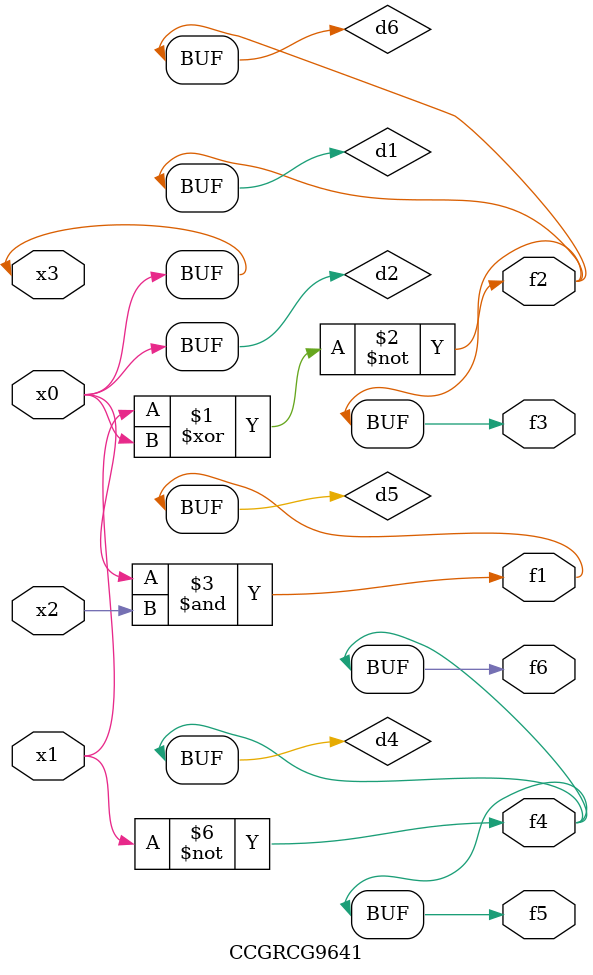
<source format=v>
module CCGRCG9641(
	input x0, x1, x2, x3,
	output f1, f2, f3, f4, f5, f6
);

	wire d1, d2, d3, d4, d5, d6;

	xnor (d1, x1, x3);
	buf (d2, x0, x3);
	nand (d3, x0, x2);
	not (d4, x1);
	nand (d5, d3);
	or (d6, d1);
	assign f1 = d5;
	assign f2 = d6;
	assign f3 = d6;
	assign f4 = d4;
	assign f5 = d4;
	assign f6 = d4;
endmodule

</source>
